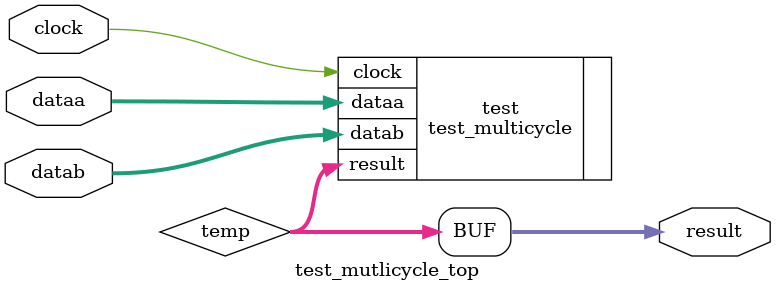
<source format=v>
`include "./test_mutlicycle.v"
`timescale 1 ps / 1 ps
module test_mutlicycle_top (clock,dataa,datab,result);
	input	wire  clock;
	input	wire [31:0]  dataa;
	input	wire [31:0]  datab;
	output	wire [31:0]  result;

	wire done;
	wire [31:0] temp;
	assign result = temp;
	
	test_multicycle test (
				.clock (clock),
				.dataa (dataa),
				.datab (datab),
				.result (temp)
				);

endmodule
</source>
